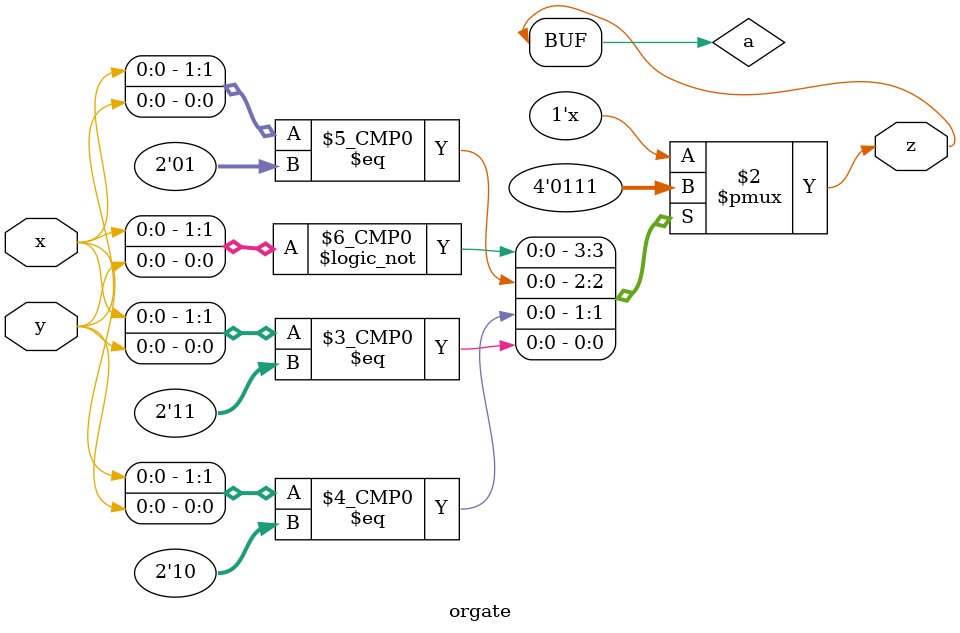
<source format=v>
/*
*
    * Behavioral model of orgate
    * always @(*) - to indicate that the code block should be triggered when
    * any of the signals (x,y) change state
    * a is a reg because instantiated in always block
    * can also be defined using case statement
* syntax case-endcase
*/

module orgate(x,y,z);
input x,y;
output z;
reg a;
always @(*)
begin
case({x,y})
    2'b00: a=0;
    2'b01: a=1;
    2'b10: a=1;
    2'b11: a=1;
endcase
end
assign z=a;
endmodule



</source>
